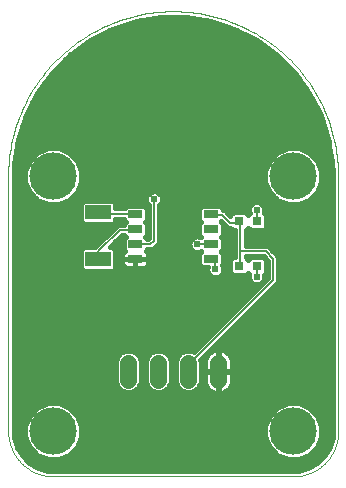
<source format=gtl>
G75*
%MOIN*%
%OFA0B0*%
%FSLAX25Y25*%
%IPPOS*%
%LPD*%
%AMOC8*
5,1,8,0,0,1.08239X$1,22.5*
%
%ADD10R,0.03150X0.03150*%
%ADD11R,0.05000X0.02500*%
%ADD12C,0.05543*%
%ADD13C,0.00000*%
%ADD14C,0.15811*%
%ADD15R,0.08661X0.05118*%
%ADD16C,0.01600*%
%ADD17C,0.00600*%
%ADD18C,0.02400*%
D10*
X0083847Y0089006D03*
X0089753Y0089006D03*
X0089753Y0104006D03*
X0083847Y0104006D03*
D11*
X0074359Y0106368D03*
X0074359Y0101368D03*
X0074359Y0096368D03*
X0074359Y0091368D03*
X0049162Y0091368D03*
X0049162Y0096368D03*
X0049162Y0101368D03*
X0049162Y0106368D03*
D12*
X0046800Y0056778D02*
X0046800Y0051234D01*
X0056800Y0051234D02*
X0056800Y0056778D01*
X0066800Y0056778D02*
X0066800Y0051234D01*
X0076800Y0051234D02*
X0076800Y0056778D01*
D13*
X0101800Y0019006D02*
X0102162Y0019010D01*
X0102525Y0019024D01*
X0102887Y0019045D01*
X0103248Y0019076D01*
X0103608Y0019115D01*
X0103967Y0019163D01*
X0104325Y0019220D01*
X0104682Y0019285D01*
X0105037Y0019359D01*
X0105390Y0019442D01*
X0105741Y0019533D01*
X0106089Y0019632D01*
X0106435Y0019740D01*
X0106779Y0019856D01*
X0107119Y0019981D01*
X0107456Y0020113D01*
X0107790Y0020254D01*
X0108121Y0020403D01*
X0108448Y0020560D01*
X0108771Y0020724D01*
X0109090Y0020896D01*
X0109404Y0021076D01*
X0109715Y0021264D01*
X0110020Y0021459D01*
X0110321Y0021661D01*
X0110617Y0021871D01*
X0110907Y0022087D01*
X0111193Y0022311D01*
X0111473Y0022541D01*
X0111747Y0022778D01*
X0112015Y0023022D01*
X0112278Y0023272D01*
X0112534Y0023528D01*
X0112784Y0023791D01*
X0113028Y0024059D01*
X0113265Y0024333D01*
X0113495Y0024613D01*
X0113719Y0024899D01*
X0113935Y0025189D01*
X0114145Y0025485D01*
X0114347Y0025786D01*
X0114542Y0026091D01*
X0114730Y0026402D01*
X0114910Y0026716D01*
X0115082Y0027035D01*
X0115246Y0027358D01*
X0115403Y0027685D01*
X0115552Y0028016D01*
X0115693Y0028350D01*
X0115825Y0028687D01*
X0115950Y0029027D01*
X0116066Y0029371D01*
X0116174Y0029717D01*
X0116273Y0030065D01*
X0116364Y0030416D01*
X0116447Y0030769D01*
X0116521Y0031124D01*
X0116586Y0031481D01*
X0116643Y0031839D01*
X0116691Y0032198D01*
X0116730Y0032558D01*
X0116761Y0032919D01*
X0116782Y0033281D01*
X0116796Y0033644D01*
X0116800Y0034006D01*
X0116800Y0119006D01*
X0116784Y0120345D01*
X0116735Y0121684D01*
X0116653Y0123021D01*
X0116539Y0124355D01*
X0116393Y0125687D01*
X0116214Y0127014D01*
X0116003Y0128337D01*
X0115759Y0129654D01*
X0115484Y0130965D01*
X0115177Y0132268D01*
X0114838Y0133564D01*
X0114468Y0134851D01*
X0114067Y0136129D01*
X0113634Y0137397D01*
X0113171Y0138654D01*
X0112677Y0139899D01*
X0112153Y0141132D01*
X0111600Y0142351D01*
X0111016Y0143557D01*
X0110404Y0144748D01*
X0109763Y0145924D01*
X0109093Y0147084D01*
X0108395Y0148227D01*
X0107670Y0149353D01*
X0106917Y0150461D01*
X0106138Y0151551D01*
X0105332Y0152621D01*
X0104501Y0153671D01*
X0103644Y0154700D01*
X0102762Y0155709D01*
X0101857Y0156695D01*
X0100927Y0157659D01*
X0099974Y0158601D01*
X0098999Y0159519D01*
X0098001Y0160412D01*
X0096982Y0161282D01*
X0095942Y0162126D01*
X0094882Y0162944D01*
X0093802Y0163737D01*
X0092704Y0164503D01*
X0091586Y0165242D01*
X0090452Y0165954D01*
X0089300Y0166637D01*
X0088132Y0167293D01*
X0086948Y0167920D01*
X0085750Y0168518D01*
X0084537Y0169086D01*
X0083311Y0169625D01*
X0082072Y0170134D01*
X0080821Y0170612D01*
X0079558Y0171060D01*
X0078286Y0171477D01*
X0077003Y0171863D01*
X0075711Y0172218D01*
X0074411Y0172541D01*
X0073104Y0172832D01*
X0071790Y0173091D01*
X0070470Y0173318D01*
X0069145Y0173513D01*
X0067815Y0173676D01*
X0066482Y0173806D01*
X0065147Y0173904D01*
X0063809Y0173969D01*
X0062470Y0174002D01*
X0061130Y0174002D01*
X0059791Y0173969D01*
X0058453Y0173904D01*
X0057118Y0173806D01*
X0055785Y0173676D01*
X0054455Y0173513D01*
X0053130Y0173318D01*
X0051810Y0173091D01*
X0050496Y0172832D01*
X0049189Y0172541D01*
X0047889Y0172218D01*
X0046597Y0171863D01*
X0045314Y0171477D01*
X0044042Y0171060D01*
X0042779Y0170612D01*
X0041528Y0170134D01*
X0040289Y0169625D01*
X0039063Y0169086D01*
X0037850Y0168518D01*
X0036652Y0167920D01*
X0035468Y0167293D01*
X0034300Y0166637D01*
X0033148Y0165954D01*
X0032014Y0165242D01*
X0030896Y0164503D01*
X0029798Y0163737D01*
X0028718Y0162944D01*
X0027658Y0162126D01*
X0026618Y0161282D01*
X0025599Y0160412D01*
X0024601Y0159519D01*
X0023626Y0158601D01*
X0022673Y0157659D01*
X0021743Y0156695D01*
X0020838Y0155709D01*
X0019956Y0154700D01*
X0019099Y0153671D01*
X0018268Y0152621D01*
X0017462Y0151551D01*
X0016683Y0150461D01*
X0015930Y0149353D01*
X0015205Y0148227D01*
X0014507Y0147084D01*
X0013837Y0145924D01*
X0013196Y0144748D01*
X0012584Y0143557D01*
X0012000Y0142351D01*
X0011447Y0141132D01*
X0010923Y0139899D01*
X0010429Y0138654D01*
X0009966Y0137397D01*
X0009533Y0136129D01*
X0009132Y0134851D01*
X0008762Y0133564D01*
X0008423Y0132268D01*
X0008116Y0130965D01*
X0007841Y0129654D01*
X0007597Y0128337D01*
X0007386Y0127014D01*
X0007207Y0125687D01*
X0007061Y0124355D01*
X0006947Y0123021D01*
X0006865Y0121684D01*
X0006816Y0120345D01*
X0006800Y0119006D01*
X0006800Y0034006D01*
X0006804Y0033644D01*
X0006818Y0033281D01*
X0006839Y0032919D01*
X0006870Y0032558D01*
X0006909Y0032198D01*
X0006957Y0031839D01*
X0007014Y0031481D01*
X0007079Y0031124D01*
X0007153Y0030769D01*
X0007236Y0030416D01*
X0007327Y0030065D01*
X0007426Y0029717D01*
X0007534Y0029371D01*
X0007650Y0029027D01*
X0007775Y0028687D01*
X0007907Y0028350D01*
X0008048Y0028016D01*
X0008197Y0027685D01*
X0008354Y0027358D01*
X0008518Y0027035D01*
X0008690Y0026716D01*
X0008870Y0026402D01*
X0009058Y0026091D01*
X0009253Y0025786D01*
X0009455Y0025485D01*
X0009665Y0025189D01*
X0009881Y0024899D01*
X0010105Y0024613D01*
X0010335Y0024333D01*
X0010572Y0024059D01*
X0010816Y0023791D01*
X0011066Y0023528D01*
X0011322Y0023272D01*
X0011585Y0023022D01*
X0011853Y0022778D01*
X0012127Y0022541D01*
X0012407Y0022311D01*
X0012693Y0022087D01*
X0012983Y0021871D01*
X0013279Y0021661D01*
X0013580Y0021459D01*
X0013885Y0021264D01*
X0014196Y0021076D01*
X0014510Y0020896D01*
X0014829Y0020724D01*
X0015152Y0020560D01*
X0015479Y0020403D01*
X0015810Y0020254D01*
X0016144Y0020113D01*
X0016481Y0019981D01*
X0016821Y0019856D01*
X0017165Y0019740D01*
X0017511Y0019632D01*
X0017859Y0019533D01*
X0018210Y0019442D01*
X0018563Y0019359D01*
X0018918Y0019285D01*
X0019275Y0019220D01*
X0019633Y0019163D01*
X0019992Y0019115D01*
X0020352Y0019076D01*
X0020713Y0019045D01*
X0021075Y0019024D01*
X0021438Y0019010D01*
X0021800Y0019006D01*
X0101800Y0019006D01*
D14*
X0101800Y0034006D03*
X0101800Y0119006D03*
X0021800Y0119006D03*
X0021800Y0034006D03*
D15*
X0036800Y0091423D03*
X0036800Y0106982D03*
D16*
X0011328Y0025970D02*
X0013764Y0023534D01*
X0016749Y0021811D01*
X0020077Y0020919D01*
X0021800Y0020806D01*
X0101800Y0020806D01*
X0103523Y0020919D01*
X0106851Y0021811D01*
X0109836Y0023534D01*
X0112272Y0025970D01*
X0113995Y0028954D01*
X0114887Y0032283D01*
X0115000Y0034006D01*
X0115000Y0119006D01*
X0114836Y0123180D01*
X0113530Y0131425D01*
X0110950Y0139365D01*
X0107160Y0146803D01*
X0102254Y0153557D01*
X0096351Y0159459D01*
X0089597Y0164366D01*
X0082159Y0168156D01*
X0074219Y0170736D01*
X0065974Y0172042D01*
X0057626Y0172042D01*
X0049381Y0170736D01*
X0041441Y0168156D01*
X0034003Y0164366D01*
X0027249Y0159459D01*
X0021346Y0153557D01*
X0016440Y0146803D01*
X0012650Y0139365D01*
X0010070Y0131425D01*
X0008764Y0123180D01*
X0008600Y0119006D01*
X0008600Y0034006D01*
X0008713Y0032283D01*
X0009605Y0028954D01*
X0011328Y0025970D01*
X0011898Y0025400D02*
X0018260Y0025400D01*
X0019949Y0024700D02*
X0016529Y0026117D01*
X0013911Y0028735D01*
X0012494Y0032155D01*
X0012494Y0035857D01*
X0013911Y0039277D01*
X0016529Y0041895D01*
X0019949Y0043311D01*
X0023651Y0043311D01*
X0027071Y0041895D01*
X0029689Y0039277D01*
X0031105Y0035857D01*
X0031105Y0032155D01*
X0029689Y0028735D01*
X0027071Y0026117D01*
X0023651Y0024700D01*
X0019949Y0024700D01*
X0016069Y0022203D02*
X0107531Y0022203D01*
X0105340Y0025400D02*
X0111702Y0025400D01*
X0112866Y0026998D02*
X0107953Y0026998D01*
X0107071Y0026117D02*
X0109689Y0028735D01*
X0111105Y0032155D01*
X0111105Y0035857D01*
X0109689Y0039277D01*
X0107071Y0041895D01*
X0103651Y0043311D01*
X0099949Y0043311D01*
X0096529Y0041895D01*
X0093911Y0039277D01*
X0092494Y0035857D01*
X0092494Y0032155D01*
X0093911Y0028735D01*
X0096529Y0026117D01*
X0099949Y0024700D01*
X0103651Y0024700D01*
X0107071Y0026117D01*
X0109551Y0028597D02*
X0113789Y0028597D01*
X0114328Y0030195D02*
X0110294Y0030195D01*
X0110956Y0031794D02*
X0114756Y0031794D01*
X0114960Y0033393D02*
X0111105Y0033393D01*
X0111105Y0034991D02*
X0115000Y0034991D01*
X0115000Y0036590D02*
X0110802Y0036590D01*
X0110140Y0038188D02*
X0115000Y0038188D01*
X0115000Y0039787D02*
X0109179Y0039787D01*
X0107581Y0041385D02*
X0115000Y0041385D01*
X0115000Y0042984D02*
X0104442Y0042984D01*
X0099158Y0042984D02*
X0024442Y0042984D01*
X0027581Y0041385D02*
X0096019Y0041385D01*
X0094421Y0039787D02*
X0029179Y0039787D01*
X0030140Y0038188D02*
X0093460Y0038188D01*
X0092798Y0036590D02*
X0030802Y0036590D01*
X0031105Y0034991D02*
X0092494Y0034991D01*
X0092494Y0033393D02*
X0031105Y0033393D01*
X0030956Y0031794D02*
X0092644Y0031794D01*
X0093306Y0030195D02*
X0030294Y0030195D01*
X0029551Y0028597D02*
X0094049Y0028597D01*
X0095647Y0026998D02*
X0027953Y0026998D01*
X0025340Y0025400D02*
X0098260Y0025400D01*
X0110103Y0023801D02*
X0013497Y0023801D01*
X0015647Y0026998D02*
X0010734Y0026998D01*
X0009811Y0028597D02*
X0014049Y0028597D01*
X0013306Y0030195D02*
X0009272Y0030195D01*
X0008844Y0031794D02*
X0012644Y0031794D01*
X0012494Y0033393D02*
X0008640Y0033393D01*
X0008600Y0034991D02*
X0012494Y0034991D01*
X0012798Y0036590D02*
X0008600Y0036590D01*
X0008600Y0038188D02*
X0013460Y0038188D01*
X0014421Y0039787D02*
X0008600Y0039787D01*
X0008600Y0041385D02*
X0016019Y0041385D01*
X0019158Y0042984D02*
X0008600Y0042984D01*
X0008600Y0044582D02*
X0115000Y0044582D01*
X0115000Y0046181D02*
X0008600Y0046181D01*
X0008600Y0047779D02*
X0044356Y0047779D01*
X0044437Y0047698D02*
X0045970Y0047063D01*
X0047630Y0047063D01*
X0049163Y0047698D01*
X0050337Y0048871D01*
X0050972Y0050404D01*
X0050972Y0057607D01*
X0050337Y0059141D01*
X0049163Y0060314D01*
X0047630Y0060949D01*
X0045970Y0060949D01*
X0044437Y0060314D01*
X0043263Y0059141D01*
X0042628Y0057607D01*
X0042628Y0050404D01*
X0043263Y0048871D01*
X0044437Y0047698D01*
X0043054Y0049378D02*
X0008600Y0049378D01*
X0008600Y0050976D02*
X0042628Y0050976D01*
X0042628Y0052575D02*
X0008600Y0052575D01*
X0008600Y0054173D02*
X0042628Y0054173D01*
X0042628Y0055772D02*
X0008600Y0055772D01*
X0008600Y0057370D02*
X0042628Y0057370D01*
X0043192Y0058969D02*
X0008600Y0058969D01*
X0008600Y0060567D02*
X0045048Y0060567D01*
X0048552Y0060567D02*
X0055048Y0060567D01*
X0054437Y0060314D02*
X0053263Y0059141D01*
X0052628Y0057607D01*
X0052628Y0050404D01*
X0053263Y0048871D01*
X0054437Y0047698D01*
X0055970Y0047063D01*
X0057630Y0047063D01*
X0059163Y0047698D01*
X0060337Y0048871D01*
X0060972Y0050404D01*
X0060972Y0057607D01*
X0060337Y0059141D01*
X0059163Y0060314D01*
X0057630Y0060949D01*
X0055970Y0060949D01*
X0054437Y0060314D01*
X0053192Y0058969D02*
X0050408Y0058969D01*
X0050972Y0057370D02*
X0052628Y0057370D01*
X0052628Y0055772D02*
X0050972Y0055772D01*
X0050972Y0054173D02*
X0052628Y0054173D01*
X0052628Y0052575D02*
X0050972Y0052575D01*
X0050972Y0050976D02*
X0052628Y0050976D01*
X0053054Y0049378D02*
X0050546Y0049378D01*
X0049244Y0047779D02*
X0054356Y0047779D01*
X0059244Y0047779D02*
X0064356Y0047779D01*
X0064437Y0047698D02*
X0065970Y0047063D01*
X0067630Y0047063D01*
X0069163Y0047698D01*
X0070337Y0048871D01*
X0070972Y0050404D01*
X0070972Y0057607D01*
X0070864Y0057866D01*
X0095704Y0082706D01*
X0096700Y0083702D01*
X0096700Y0092310D01*
X0094300Y0094710D01*
X0093304Y0095706D01*
X0085900Y0095706D01*
X0085900Y0101031D01*
X0086002Y0101031D01*
X0086800Y0101829D01*
X0087598Y0101031D01*
X0091907Y0101031D01*
X0092728Y0101851D01*
X0092728Y0106161D01*
X0092024Y0106864D01*
X0092200Y0107289D01*
X0092200Y0108323D01*
X0091804Y0109279D01*
X0091073Y0110010D01*
X0090117Y0110406D01*
X0089083Y0110406D01*
X0088127Y0110010D01*
X0087396Y0109279D01*
X0087000Y0108323D01*
X0087000Y0107289D01*
X0087265Y0106648D01*
X0086800Y0106183D01*
X0086002Y0106981D01*
X0081693Y0106981D01*
X0080872Y0106161D01*
X0080872Y0105738D01*
X0078904Y0107706D01*
X0078259Y0107706D01*
X0078259Y0108198D01*
X0077439Y0109018D01*
X0071279Y0109018D01*
X0070459Y0108198D01*
X0070459Y0104538D01*
X0071129Y0103868D01*
X0070459Y0103198D01*
X0070459Y0099538D01*
X0071129Y0098868D01*
X0070989Y0098728D01*
X0070317Y0099006D01*
X0069283Y0099006D01*
X0068327Y0098610D01*
X0067596Y0097879D01*
X0067200Y0096923D01*
X0067200Y0095889D01*
X0067596Y0094933D01*
X0068327Y0094202D01*
X0069283Y0093806D01*
X0070317Y0093806D01*
X0070935Y0094062D01*
X0071129Y0093868D01*
X0070459Y0093198D01*
X0070459Y0089538D01*
X0071279Y0088718D01*
X0073281Y0088718D01*
X0073200Y0088523D01*
X0073200Y0087489D01*
X0073596Y0086533D01*
X0074327Y0085802D01*
X0075283Y0085406D01*
X0076317Y0085406D01*
X0077273Y0085802D01*
X0078004Y0086533D01*
X0078400Y0087489D01*
X0078400Y0088523D01*
X0078061Y0089341D01*
X0078259Y0089538D01*
X0078259Y0093198D01*
X0077589Y0093868D01*
X0078259Y0094538D01*
X0078259Y0098198D01*
X0077589Y0098868D01*
X0078259Y0099538D01*
X0078259Y0103198D01*
X0077589Y0103868D01*
X0077761Y0104040D01*
X0078900Y0102902D01*
X0079896Y0101906D01*
X0080872Y0101906D01*
X0080872Y0101851D01*
X0081693Y0101031D01*
X0082500Y0101031D01*
X0082500Y0091981D01*
X0081693Y0091981D01*
X0080872Y0091161D01*
X0080872Y0086851D01*
X0081693Y0086031D01*
X0086002Y0086031D01*
X0086800Y0086829D01*
X0087148Y0086481D01*
X0087000Y0086123D01*
X0087000Y0085089D01*
X0087396Y0084133D01*
X0088127Y0083402D01*
X0089083Y0083006D01*
X0090117Y0083006D01*
X0091073Y0083402D01*
X0091804Y0084133D01*
X0092200Y0085089D01*
X0092200Y0086123D01*
X0092141Y0086265D01*
X0092728Y0086851D01*
X0092728Y0091161D01*
X0091907Y0091981D01*
X0087598Y0091981D01*
X0086800Y0091183D01*
X0086002Y0091981D01*
X0085900Y0091981D01*
X0085900Y0092306D01*
X0091896Y0092306D01*
X0093300Y0090902D01*
X0093300Y0085110D01*
X0068697Y0060507D01*
X0067630Y0060949D01*
X0065970Y0060949D01*
X0064437Y0060314D01*
X0063263Y0059141D01*
X0062628Y0057607D01*
X0062628Y0050404D01*
X0063263Y0048871D01*
X0064437Y0047698D01*
X0063054Y0049378D02*
X0060546Y0049378D01*
X0060972Y0050976D02*
X0062628Y0050976D01*
X0062628Y0052575D02*
X0060972Y0052575D01*
X0060972Y0054173D02*
X0062628Y0054173D01*
X0062628Y0055772D02*
X0060972Y0055772D01*
X0060972Y0057370D02*
X0062628Y0057370D01*
X0063192Y0058969D02*
X0060408Y0058969D01*
X0058552Y0060567D02*
X0065048Y0060567D01*
X0068552Y0060567D02*
X0068757Y0060567D01*
X0070356Y0062166D02*
X0008600Y0062166D01*
X0008600Y0063764D02*
X0071954Y0063764D01*
X0073553Y0065363D02*
X0008600Y0065363D01*
X0008600Y0066961D02*
X0075151Y0066961D01*
X0076750Y0068560D02*
X0008600Y0068560D01*
X0008600Y0070158D02*
X0078348Y0070158D01*
X0079947Y0071757D02*
X0008600Y0071757D01*
X0008600Y0073355D02*
X0081545Y0073355D01*
X0083144Y0074954D02*
X0008600Y0074954D01*
X0008600Y0076552D02*
X0084742Y0076552D01*
X0086341Y0078151D02*
X0008600Y0078151D01*
X0008600Y0079749D02*
X0087939Y0079749D01*
X0089538Y0081348D02*
X0008600Y0081348D01*
X0008600Y0082946D02*
X0091136Y0082946D01*
X0091975Y0084545D02*
X0092735Y0084545D01*
X0092192Y0086143D02*
X0093300Y0086143D01*
X0093300Y0087742D02*
X0092728Y0087742D01*
X0092728Y0089340D02*
X0093300Y0089340D01*
X0093263Y0090939D02*
X0092728Y0090939D01*
X0094874Y0094136D02*
X0115000Y0094136D01*
X0115000Y0095734D02*
X0085900Y0095734D01*
X0085900Y0097333D02*
X0115000Y0097333D01*
X0115000Y0098931D02*
X0085900Y0098931D01*
X0085900Y0100530D02*
X0115000Y0100530D01*
X0115000Y0102128D02*
X0092728Y0102128D01*
X0092728Y0103727D02*
X0115000Y0103727D01*
X0115000Y0105326D02*
X0092728Y0105326D01*
X0092049Y0106924D02*
X0115000Y0106924D01*
X0115000Y0108523D02*
X0092117Y0108523D01*
X0090805Y0110121D02*
X0098933Y0110121D01*
X0099949Y0109700D02*
X0103651Y0109700D01*
X0107071Y0111117D01*
X0109689Y0113735D01*
X0111105Y0117155D01*
X0111105Y0120857D01*
X0109689Y0124277D01*
X0107071Y0126895D01*
X0103651Y0128311D01*
X0099949Y0128311D01*
X0096529Y0126895D01*
X0093911Y0124277D01*
X0092494Y0120857D01*
X0092494Y0117155D01*
X0093911Y0113735D01*
X0096529Y0111117D01*
X0099949Y0109700D01*
X0095926Y0111720D02*
X0058000Y0111720D01*
X0058000Y0111923D02*
X0057604Y0112879D01*
X0056873Y0113610D01*
X0055917Y0114006D01*
X0054883Y0114006D01*
X0053927Y0113610D01*
X0053196Y0112879D01*
X0052800Y0111923D01*
X0052800Y0110889D01*
X0053196Y0109933D01*
X0053700Y0109429D01*
X0053700Y0098310D01*
X0053496Y0098106D01*
X0053062Y0098106D01*
X0053062Y0098198D01*
X0052392Y0098868D01*
X0053062Y0099538D01*
X0053062Y0103198D01*
X0052392Y0103868D01*
X0053062Y0104538D01*
X0053062Y0108198D01*
X0052242Y0109018D01*
X0046082Y0109018D01*
X0045370Y0108306D01*
X0042531Y0108306D01*
X0042531Y0110121D01*
X0053118Y0110121D01*
X0052800Y0111720D02*
X0027674Y0111720D01*
X0027071Y0111117D02*
X0029689Y0113735D01*
X0031105Y0117155D01*
X0031105Y0120857D01*
X0029689Y0124277D01*
X0027071Y0126895D01*
X0023651Y0128311D01*
X0019949Y0128311D01*
X0016529Y0126895D01*
X0013911Y0124277D01*
X0012494Y0120857D01*
X0012494Y0117155D01*
X0013911Y0113735D01*
X0016529Y0111117D01*
X0019949Y0109700D01*
X0023651Y0109700D01*
X0027071Y0111117D01*
X0024667Y0110121D02*
X0031069Y0110121D01*
X0031069Y0103843D01*
X0031889Y0103023D01*
X0041711Y0103023D01*
X0042531Y0103843D01*
X0042531Y0104906D01*
X0045262Y0104906D01*
X0045262Y0104538D01*
X0045932Y0103868D01*
X0045262Y0103198D01*
X0045262Y0102906D01*
X0043296Y0102906D01*
X0036096Y0095706D01*
X0035772Y0095382D01*
X0031889Y0095382D01*
X0031069Y0094562D01*
X0031069Y0088284D01*
X0031889Y0087464D01*
X0041711Y0087464D01*
X0042531Y0088284D01*
X0042531Y0094562D01*
X0041711Y0095382D01*
X0040581Y0095382D01*
X0044704Y0099506D01*
X0045295Y0099506D01*
X0045932Y0098868D01*
X0045262Y0098198D01*
X0045262Y0094538D01*
X0045674Y0094126D01*
X0045557Y0094058D01*
X0045222Y0093723D01*
X0044985Y0093313D01*
X0044862Y0092855D01*
X0044862Y0091368D01*
X0044862Y0089881D01*
X0044985Y0089423D01*
X0045222Y0089013D01*
X0045557Y0088678D01*
X0045967Y0088441D01*
X0046425Y0088318D01*
X0049162Y0088318D01*
X0049162Y0091368D01*
X0044862Y0091368D01*
X0049162Y0091368D01*
X0049162Y0091368D01*
X0049162Y0091368D01*
X0049162Y0088318D01*
X0051899Y0088318D01*
X0052357Y0088441D01*
X0052767Y0088678D01*
X0053103Y0089013D01*
X0053340Y0089423D01*
X0053462Y0089881D01*
X0053462Y0091368D01*
X0049162Y0091368D01*
X0049162Y0091368D01*
X0053462Y0091368D01*
X0053462Y0092855D01*
X0053340Y0093313D01*
X0053103Y0093723D01*
X0052767Y0094058D01*
X0052650Y0094126D01*
X0053062Y0094538D01*
X0053062Y0094706D01*
X0054904Y0094706D01*
X0055900Y0095702D01*
X0056104Y0095906D01*
X0056104Y0095906D01*
X0057100Y0096902D01*
X0057100Y0109429D01*
X0057604Y0109933D01*
X0058000Y0110889D01*
X0058000Y0111923D01*
X0057165Y0113318D02*
X0094328Y0113318D01*
X0093422Y0114917D02*
X0030178Y0114917D01*
X0030840Y0116515D02*
X0092759Y0116515D01*
X0092494Y0118114D02*
X0031105Y0118114D01*
X0031105Y0119712D02*
X0092494Y0119712D01*
X0092682Y0121311D02*
X0030918Y0121311D01*
X0030255Y0122909D02*
X0093345Y0122909D01*
X0094142Y0124508D02*
X0029458Y0124508D01*
X0027860Y0126106D02*
X0095740Y0126106D01*
X0098484Y0127705D02*
X0025116Y0127705D01*
X0018484Y0127705D02*
X0009481Y0127705D01*
X0009734Y0129303D02*
X0113866Y0129303D01*
X0114119Y0127705D02*
X0105116Y0127705D01*
X0107860Y0126106D02*
X0114373Y0126106D01*
X0114626Y0124508D02*
X0109458Y0124508D01*
X0110255Y0122909D02*
X0114847Y0122909D01*
X0114909Y0121311D02*
X0110918Y0121311D01*
X0111105Y0119712D02*
X0114972Y0119712D01*
X0115000Y0118114D02*
X0111105Y0118114D01*
X0110840Y0116515D02*
X0115000Y0116515D01*
X0115000Y0114917D02*
X0110178Y0114917D01*
X0109272Y0113318D02*
X0115000Y0113318D01*
X0115000Y0111720D02*
X0107674Y0111720D01*
X0104667Y0110121D02*
X0115000Y0110121D01*
X0115000Y0092537D02*
X0096473Y0092537D01*
X0096700Y0090939D02*
X0115000Y0090939D01*
X0115000Y0089340D02*
X0096700Y0089340D01*
X0096700Y0087742D02*
X0115000Y0087742D01*
X0115000Y0086143D02*
X0096700Y0086143D01*
X0096700Y0084545D02*
X0115000Y0084545D01*
X0115000Y0082946D02*
X0095945Y0082946D01*
X0094346Y0081348D02*
X0115000Y0081348D01*
X0115000Y0079749D02*
X0092748Y0079749D01*
X0091149Y0078151D02*
X0115000Y0078151D01*
X0115000Y0076552D02*
X0089551Y0076552D01*
X0087952Y0074954D02*
X0115000Y0074954D01*
X0115000Y0073355D02*
X0086354Y0073355D01*
X0084755Y0071757D02*
X0115000Y0071757D01*
X0115000Y0070158D02*
X0083157Y0070158D01*
X0081558Y0068560D02*
X0115000Y0068560D01*
X0115000Y0066961D02*
X0079959Y0066961D01*
X0078361Y0065363D02*
X0115000Y0065363D01*
X0115000Y0063764D02*
X0076762Y0063764D01*
X0075164Y0062166D02*
X0115000Y0062166D01*
X0115000Y0060567D02*
X0079362Y0060567D01*
X0079196Y0060688D02*
X0078555Y0061014D01*
X0077871Y0061237D01*
X0077160Y0061349D01*
X0076886Y0061349D01*
X0076886Y0054092D01*
X0076714Y0054092D01*
X0076714Y0061349D01*
X0076440Y0061349D01*
X0075729Y0061237D01*
X0075045Y0061014D01*
X0074404Y0060688D01*
X0073822Y0060265D01*
X0073313Y0059756D01*
X0072890Y0059174D01*
X0072563Y0058532D01*
X0072341Y0057848D01*
X0072228Y0057137D01*
X0072228Y0054092D01*
X0076714Y0054092D01*
X0076714Y0053920D01*
X0072228Y0053920D01*
X0072228Y0050874D01*
X0072341Y0050164D01*
X0072563Y0049479D01*
X0072890Y0048838D01*
X0073313Y0048256D01*
X0073822Y0047747D01*
X0074404Y0047324D01*
X0075045Y0046998D01*
X0075729Y0046775D01*
X0076440Y0046663D01*
X0076714Y0046663D01*
X0076714Y0053920D01*
X0076886Y0053920D01*
X0076886Y0054092D01*
X0081372Y0054092D01*
X0081372Y0057137D01*
X0081259Y0057848D01*
X0081037Y0058532D01*
X0080710Y0059174D01*
X0080287Y0059756D01*
X0079778Y0060265D01*
X0079196Y0060688D01*
X0080814Y0058969D02*
X0115000Y0058969D01*
X0115000Y0057370D02*
X0081335Y0057370D01*
X0081372Y0055772D02*
X0115000Y0055772D01*
X0115000Y0054173D02*
X0081372Y0054173D01*
X0081372Y0053920D02*
X0076886Y0053920D01*
X0076886Y0046663D01*
X0077160Y0046663D01*
X0077871Y0046775D01*
X0078555Y0046998D01*
X0079196Y0047324D01*
X0079778Y0047747D01*
X0080287Y0048256D01*
X0080710Y0048838D01*
X0081037Y0049479D01*
X0081259Y0050164D01*
X0081372Y0050874D01*
X0081372Y0053920D01*
X0081372Y0052575D02*
X0115000Y0052575D01*
X0115000Y0050976D02*
X0081372Y0050976D01*
X0080985Y0049378D02*
X0115000Y0049378D01*
X0115000Y0047779D02*
X0079810Y0047779D01*
X0076886Y0047779D02*
X0076714Y0047779D01*
X0076714Y0049378D02*
X0076886Y0049378D01*
X0076886Y0050976D02*
X0076714Y0050976D01*
X0076714Y0052575D02*
X0076886Y0052575D01*
X0076886Y0054173D02*
X0076714Y0054173D01*
X0076714Y0055772D02*
X0076886Y0055772D01*
X0076886Y0057370D02*
X0076714Y0057370D01*
X0076714Y0058969D02*
X0076886Y0058969D01*
X0076886Y0060567D02*
X0076714Y0060567D01*
X0074238Y0060567D02*
X0073565Y0060567D01*
X0072786Y0058969D02*
X0071967Y0058969D01*
X0072265Y0057370D02*
X0070972Y0057370D01*
X0070972Y0055772D02*
X0072228Y0055772D01*
X0072228Y0054173D02*
X0070972Y0054173D01*
X0070972Y0052575D02*
X0072228Y0052575D01*
X0072228Y0050976D02*
X0070972Y0050976D01*
X0070546Y0049378D02*
X0072615Y0049378D01*
X0073790Y0047779D02*
X0069244Y0047779D01*
X0087225Y0084545D02*
X0008600Y0084545D01*
X0008600Y0086143D02*
X0073986Y0086143D01*
X0073200Y0087742D02*
X0041988Y0087742D01*
X0042531Y0089340D02*
X0045033Y0089340D01*
X0044862Y0090939D02*
X0042531Y0090939D01*
X0042531Y0092537D02*
X0044862Y0092537D01*
X0045664Y0094136D02*
X0042531Y0094136D01*
X0040933Y0095734D02*
X0045262Y0095734D01*
X0045262Y0097333D02*
X0042531Y0097333D01*
X0044130Y0098931D02*
X0045869Y0098931D01*
X0042518Y0102128D02*
X0008600Y0102128D01*
X0008600Y0100530D02*
X0040920Y0100530D01*
X0039321Y0098931D02*
X0008600Y0098931D01*
X0008600Y0097333D02*
X0037723Y0097333D01*
X0036124Y0095734D02*
X0008600Y0095734D01*
X0008600Y0094136D02*
X0031069Y0094136D01*
X0031069Y0092537D02*
X0008600Y0092537D01*
X0008600Y0090939D02*
X0031069Y0090939D01*
X0031069Y0089340D02*
X0008600Y0089340D01*
X0008600Y0087742D02*
X0031612Y0087742D01*
X0031186Y0103727D02*
X0008600Y0103727D01*
X0008600Y0105326D02*
X0031069Y0105326D01*
X0031069Y0106924D02*
X0008600Y0106924D01*
X0008600Y0108523D02*
X0031069Y0108523D01*
X0031069Y0110121D02*
X0031889Y0110941D01*
X0041711Y0110941D01*
X0042531Y0110121D01*
X0042531Y0108523D02*
X0045587Y0108523D01*
X0045791Y0103727D02*
X0042414Y0103727D01*
X0049162Y0090939D02*
X0049162Y0090939D01*
X0049162Y0089340D02*
X0049162Y0089340D01*
X0052660Y0094136D02*
X0068486Y0094136D01*
X0067264Y0095734D02*
X0055933Y0095734D01*
X0055900Y0095702D02*
X0055900Y0095702D01*
X0057100Y0097333D02*
X0067370Y0097333D01*
X0069103Y0098931D02*
X0057100Y0098931D01*
X0057100Y0100530D02*
X0070459Y0100530D01*
X0070459Y0102128D02*
X0057100Y0102128D01*
X0057100Y0103727D02*
X0070988Y0103727D01*
X0070459Y0105326D02*
X0057100Y0105326D01*
X0057100Y0106924D02*
X0070459Y0106924D01*
X0070784Y0108523D02*
X0057100Y0108523D01*
X0057682Y0110121D02*
X0088395Y0110121D01*
X0087083Y0108523D02*
X0077935Y0108523D01*
X0079686Y0106924D02*
X0081636Y0106924D01*
X0086059Y0106924D02*
X0087151Y0106924D01*
X0082500Y0100530D02*
X0078259Y0100530D01*
X0078259Y0102128D02*
X0079673Y0102128D01*
X0078075Y0103727D02*
X0077730Y0103727D01*
X0077652Y0098931D02*
X0082500Y0098931D01*
X0082500Y0097333D02*
X0078259Y0097333D01*
X0078259Y0095734D02*
X0082500Y0095734D01*
X0082500Y0094136D02*
X0077857Y0094136D01*
X0078259Y0092537D02*
X0082500Y0092537D01*
X0080872Y0090939D02*
X0078259Y0090939D01*
X0078061Y0089340D02*
X0080872Y0089340D01*
X0080872Y0087742D02*
X0078400Y0087742D01*
X0077614Y0086143D02*
X0081580Y0086143D01*
X0086114Y0086143D02*
X0087008Y0086143D01*
X0070657Y0089340D02*
X0053292Y0089340D01*
X0053462Y0090939D02*
X0070459Y0090939D01*
X0070459Y0092537D02*
X0053462Y0092537D01*
X0053700Y0098931D02*
X0052455Y0098931D01*
X0053062Y0100530D02*
X0053700Y0100530D01*
X0053700Y0102128D02*
X0053062Y0102128D01*
X0052533Y0103727D02*
X0053700Y0103727D01*
X0053700Y0105326D02*
X0053062Y0105326D01*
X0053062Y0106924D02*
X0053700Y0106924D01*
X0053700Y0108523D02*
X0052738Y0108523D01*
X0053635Y0113318D02*
X0029272Y0113318D01*
X0018933Y0110121D02*
X0008600Y0110121D01*
X0008600Y0111720D02*
X0015926Y0111720D01*
X0014328Y0113318D02*
X0008600Y0113318D01*
X0008600Y0114917D02*
X0013422Y0114917D01*
X0012759Y0116515D02*
X0008600Y0116515D01*
X0008600Y0118114D02*
X0012494Y0118114D01*
X0012494Y0119712D02*
X0008628Y0119712D01*
X0008691Y0121311D02*
X0012682Y0121311D01*
X0013345Y0122909D02*
X0008753Y0122909D01*
X0008974Y0124508D02*
X0014142Y0124508D01*
X0015740Y0126106D02*
X0009227Y0126106D01*
X0009987Y0130902D02*
X0113613Y0130902D01*
X0113181Y0132500D02*
X0010419Y0132500D01*
X0010939Y0134099D02*
X0112661Y0134099D01*
X0112142Y0135697D02*
X0011458Y0135697D01*
X0011977Y0137296D02*
X0111623Y0137296D01*
X0111103Y0138894D02*
X0012497Y0138894D01*
X0013224Y0140493D02*
X0110376Y0140493D01*
X0109561Y0142091D02*
X0014039Y0142091D01*
X0014853Y0143690D02*
X0108747Y0143690D01*
X0107932Y0145288D02*
X0015668Y0145288D01*
X0016501Y0146887D02*
X0107099Y0146887D01*
X0105938Y0148485D02*
X0017662Y0148485D01*
X0018823Y0150084D02*
X0104777Y0150084D01*
X0103615Y0151682D02*
X0019985Y0151682D01*
X0021146Y0153281D02*
X0102454Y0153281D01*
X0100931Y0154879D02*
X0022669Y0154879D01*
X0024268Y0156478D02*
X0099332Y0156478D01*
X0097734Y0158076D02*
X0025866Y0158076D01*
X0027546Y0159675D02*
X0096054Y0159675D01*
X0093854Y0161273D02*
X0029746Y0161273D01*
X0031946Y0162872D02*
X0091654Y0162872D01*
X0089393Y0164470D02*
X0034207Y0164470D01*
X0037345Y0166069D02*
X0086255Y0166069D01*
X0083118Y0167667D02*
X0040482Y0167667D01*
X0044856Y0169266D02*
X0078744Y0169266D01*
X0073408Y0170864D02*
X0050192Y0170864D01*
X0070497Y0098931D02*
X0071066Y0098931D01*
D17*
X0069800Y0096406D02*
X0074000Y0096406D01*
X0074359Y0096368D01*
X0074600Y0091606D02*
X0074359Y0091368D01*
X0074600Y0091606D02*
X0075800Y0090406D01*
X0075800Y0088006D01*
X0083847Y0089006D02*
X0084200Y0089206D01*
X0084200Y0094006D01*
X0092600Y0094006D01*
X0095000Y0091606D01*
X0095000Y0084406D01*
X0066800Y0056206D01*
X0066800Y0054006D01*
X0089600Y0085606D02*
X0089600Y0088606D01*
X0089753Y0089006D01*
X0084200Y0094006D02*
X0084200Y0103606D01*
X0083847Y0104006D01*
X0083600Y0103606D01*
X0080600Y0103606D01*
X0078200Y0106006D01*
X0074600Y0106006D01*
X0074359Y0106368D01*
X0089600Y0107806D02*
X0089600Y0104206D01*
X0089753Y0104006D01*
X0055400Y0097606D02*
X0055400Y0111406D01*
X0049162Y0106368D02*
X0048800Y0106606D01*
X0036800Y0106606D01*
X0036800Y0106982D01*
X0044000Y0101206D02*
X0036800Y0094006D01*
X0036800Y0091423D01*
X0044000Y0101206D02*
X0048800Y0101206D01*
X0049162Y0101368D01*
X0049400Y0096406D02*
X0049162Y0096368D01*
X0049400Y0096406D02*
X0054200Y0096406D01*
X0055400Y0097606D01*
D18*
X0055400Y0111406D03*
X0069800Y0096406D03*
X0075800Y0088006D03*
X0089600Y0085606D03*
X0089600Y0107806D03*
M02*

</source>
